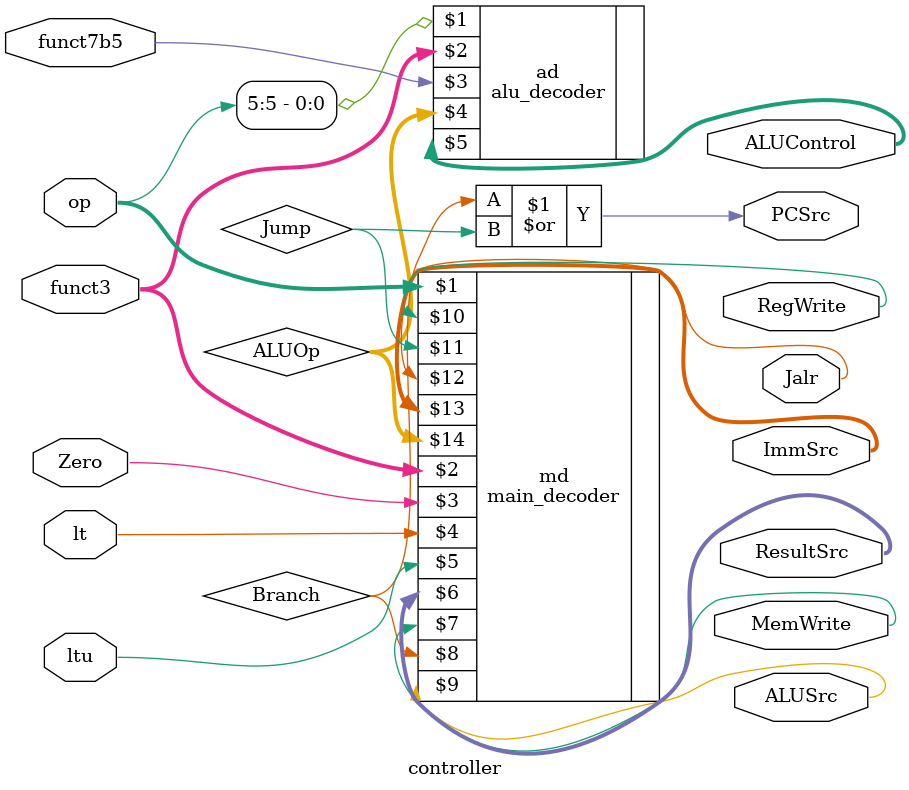
<source format=v>


module controller (
    input [6:0]  op,
    input [2:0]  funct3,
    input        funct7b5,
    input        Zero, lt, ltu,
    output       [1:0] ResultSrc,
    output       MemWrite,
    output       PCSrc, ALUSrc,
    output       RegWrite, Jalr,
    output [1:0] ImmSrc,
    output [2:0] ALUControl
);

wire [1:0] ALUOp;
wire       Branch, Jump;

main_decoder    md (op, funct3, Zero, lt, ltu, ResultSrc, MemWrite, Branch,
                    ALUSrc, RegWrite, Jump, Jalr, ImmSrc, ALUOp);

alu_decoder     ad (op[5], funct3, funct7b5, ALUOp, ALUControl);

// for jump and branch
assign PCSrc = Branch | Jump;

endmodule


</source>
